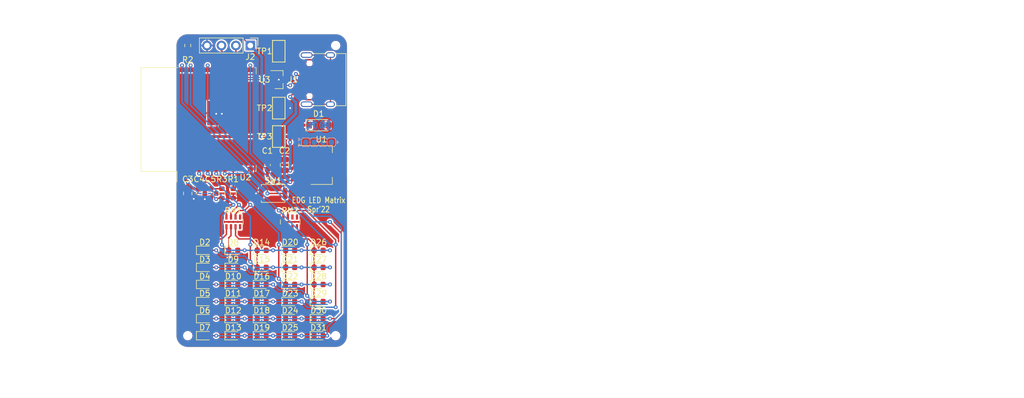
<source format=kicad_pcb>
(kicad_pcb (version 20221018) (generator pcbnew)
  (layers (0 "F.Cu" signal) (31 "B.Cu" signal) (34 "B.Paste" user) (35 "F.Paste" user) (36 "B.SilkS" user "B.Silkscreen") (37 "F.SilkS" user "F.Silkscreen") (38 "B.Mask" user) (39 "F.Mask" user) (44 "Edge.Cuts" user))
  (net 0 "")
  (net 1 "gnd")
  (net 2 "v3v3")
  (net 3 "vusb")
  (net 4 "mcu.gpio.led_2")
  (net 5 "mcu.gpio.sw1")
  (net 6 "mcu.ic.uart0.rx")
  (net 7 "mcu.gpio.led_3")
  (net 8 "matrix_res1.b.1")
  (net 9 "matrix_res1.a.0")
  (net 10 "matrix_res1.a.2")
  (net 11 "matrix_res1.a.1")
  (net 12 "matrix_res2.a.1")
  (net 13 "matrix_res2.a.0")
  (net 14 "usb.usb.dp")
  (net 15 "usb.shield")
  (net 16 "mcu.gpio.led_4")
  (net 17 "matrix.ios.5")
  (net 18 "mcu.en_pull.output")
  (net 19 "mcu.gpio.led_0")
  (net 20 "mcu.io2_pull.io")
  (net 21 "usb_esd.usb.dm")
  (net 22 "mcu.uart0.uart.rx")
  (net 23 "mcu.io8_pull.b")
  (net 24 "matrix.ios.6")
  (footprint "edg:Symbol_Duckling" (layer "F.Cu") (at 89 39)
    (fp_text reference "U4" hide)
    (fp_text value "" hide)
  )
  (footprint "edg:JlcToolingHole_1.152mm" (layer "F.Cu") (at 87 59)
    (fp_text reference "H2" hide)
    (fp_text value "")
  )
  (footprint "edg:JlcToolingHole_1.152mm" (layer "F.Cu") (at 113 59)
    (fp_text reference "H3" hide)
    (fp_text value "")
  )
  (footprint "Connector_PinHeader_2.54mm:PinHeader_1x04_P2.54mm_Vertical" (layer "F.Cu") (at 98 8 -90)
    (fp_text reference "J2")
    (fp_text value "")
  )
  (footprint "Capacitor_SMD:C_0805_2012Metric" (layer "F.Cu") (at 87 34 -90)
    (fp_text reference "C3")
    (fp_text value "C15850")
  )
  (footprint "LED_SMD:LED_0603_1608Metric" (layer "F.Cu") (at 90 44)
    (fp_text reference "D2")
    (fp_text value "C72038")
  )
  (footprint "LED_SMD:LED_0603_1608Metric" (layer "F.Cu") (at 95 44)
    (fp_text reference "D8")
    (fp_text value "C72038")
  )
  (footprint "LED_SMD:LED_0603_1608Metric" (layer "F.Cu") (at 100 44)
    (fp_text reference "D14")
    (fp_text value "C72038")
  )
  (footprint "LED_SMD:LED_0603_1608Metric" (layer "F.Cu") (at 105 44)
    (fp_text reference "D20")
    (fp_text value "C72038")
  )
  (footprint "LED_SMD:LED_0603_1608Metric" (layer "F.Cu") (at 110 44)
    (fp_text reference "D26")
    (fp_text value "C72038")
  )
  (footprint "LED_SMD:LED_0603_1608Metric" (layer "F.Cu") (at 90 47)
    (fp_text reference "D3")
    (fp_text value "C72038")
  )
  (footprint "LED_SMD:LED_0603_1608Metric" (layer "F.Cu") (at 95 47)
    (fp_text reference "D9")
    (fp_text value "C72038")
  )
  (footprint "LED_SMD:LED_0603_1608Metric" (layer "F.Cu") (at 100 47)
    (fp_text reference "D15")
    (fp_text value "C72038")
  )
  (footprint "LED_SMD:LED_0603_1608Metric" (layer "F.Cu") (at 105 47)
    (fp_text reference "D21")
    (fp_text value "C72038")
  )
  (footprint "LED_SMD:LED_0603_1608Metric" (layer "F.Cu") (at 110 47)
    (fp_text reference "D27")
    (fp_text value "C72038")
  )
  (footprint "LED_SMD:LED_0603_1608Metric" (layer "F.Cu") (at 90 50)
    (fp_text reference "D4")
    (fp_text value "C72038")
  )
  (footprint "LED_SMD:LED_0603_1608Metric" (layer "F.Cu") (at 95 50)
    (fp_text reference "D10")
    (fp_text value "C72038")
  )
  (footprint "LED_SMD:LED_0603_1608Metric" (layer "F.Cu") (at 100 50)
    (fp_text reference "D16")
    (fp_text value "C72038")
  )
  (footprint "LED_SMD:LED_0603_1608Metric" (layer "F.Cu") (at 105 50)
    (fp_text reference "D22")
    (fp_text value "C72038")
  )
  (footprint "LED_SMD:LED_0603_1608Metric" (layer "F.Cu") (at 110 50)
    (fp_text reference "D28")
    (fp_text value "C72038")
  )
  (footprint "LED_SMD:LED_0603_1608Metric" (layer "F.Cu") (at 90 53)
    (fp_text reference "D5")
    (fp_text value "C72038")
  )
  (footprint "LED_SMD:LED_0603_1608Metric" (layer "F.Cu") (at 95 53)
    (fp_text reference "D11")
    (fp_text value "C72038")
  )
  (footprint "LED_SMD:LED_0603_1608Metric" (layer "F.Cu") (at 100 53)
    (fp_text reference "D17")
    (fp_text value "C72038")
  )
  (footprint "LED_SMD:LED_0603_1608Metric" (layer "F.Cu") (at 105 53)
    (fp_text reference "D23")
    (fp_text value "C72038")
  )
  (footprint "LED_SMD:LED_0603_1608Metric" (layer "F.Cu") (at 110 53)
    (fp_text reference "D29")
    (fp_text value "C72038")
  )
  (footprint "Button_Switch_SMD:SW_Push_SPST_NO_Alps_SKRK" (layer "F.Cu") (at 102 34)
    (fp_text reference "SW1")
    (fp_text value "")
  )
  (footprint "TestPoint:TestPoint_Keystone_5015_Micro-Minature" (layer "F.Cu") (at 103 9 90)
    (fp_text reference "TP1")
    (fp_text value "C238130")
  )
  (footprint "TestPoint:TestPoint_Keystone_5015_Micro-Minature" (layer "F.Cu") (at 103 19 90)
    (fp_text reference "TP2")
    (fp_text value "C238130")
  )
  (footprint "edg:JlcToolingHole_1.152mm" (layer "F.Cu") (at 113 8)
    (fp_text reference "H1" hide)
    (fp_text value "")
  )
  (footprint "Resistor_SMD:R_0603_1608Metric" (layer "F.Cu") (at 93 34 90)
    (fp_text reference "R3")
    (fp_text value "C25804")
  )
  (footprint "Capacitor_SMD:C_0603_1608Metric" (layer "F.Cu") (at 91 34 -90)
    (fp_text reference "C5")
    (fp_text value "C15849")
  )
  (footprint "Diode_SMD:D_SOD-123" (layer "F.Cu") (at 110 22)
    (fp_text reference "D1")
    (fp_text value "C499796")
  )
  (footprint "RF_Module:ESP-WROOM-02" (layer "F.Cu") (at 92 21 90)
    (fp_text reference "U2")
    (fp_text value "C2934560")
  )
  (footprint "Connector_USB:USB_C_Receptacle_XKB_U262-16XN-4BVC11" (layer "F.Cu") (at 111 14 90)
    (fp_text reference "J1")
    (fp_text value "C165948")
  )
  (footprint "Capacitor_SMD:C_0603_1608Metric" (layer "F.Cu") (at 89 34 -90)
    (fp_text reference "C4")
    (fp_text value "C14663")
  )
  (footprint "Resistor_SMD:R_0603_1608Metric" (layer "F.Cu") (at 95 34 90)
    (fp_text reference "R1")
    (fp_text value "C25804")
  )
  (footprint "Resistor_SMD:R_0603_1608Metric" (layer "F.Cu") (at 87 8 -90)
    (fp_text reference "R2")
    (fp_text value "C25804")
  )
  (footprint "Capacitor_SMD:C_0805_2012Metric" (layer "F.Cu") (at 104 29 90)
    (fp_text reference "C2")
    (fp_text value "C1779")
  )
  (footprint "TestPoint:TestPoint_Keystone_5015_Micro-Minature" (layer "F.Cu") (at 103 24 90)
    (fp_text reference "TP3")
    (fp_text value "C238130")
  )
  (footprint "Capacitor_SMD:C_0603_1608Metric" (layer "F.Cu") (at 101 29 90)
    (fp_text reference "C1")
    (fp_text value "C14663")
  )
  (footprint "Package_TO_SOT_SMD:SOT-223-3_TabPin2" (layer "F.Cu") (at 110.5 29)
    (fp_text reference "U1")
    (fp_text value "C86781")
  )
  (footprint "Package_TO_SOT_SMD:SOT-23" (layer "F.Cu") (at 103 14)
    (fp_text reference "U3")
    (fp_text value "C87911")
  )
  (footprint "LED_SMD:LED_0603_1608Metric" (layer "F.Cu") (at 90 56)
    (fp_text reference "D6")
    (fp_text value "C72038")
  )
  (footprint "LED_SMD:LED_0603_1608Metric" (layer "F.Cu") (at 95 56)
    (fp_text reference "D12")
    (fp_text value "C72038")
  )
  (footprint "LED_SMD:LED_0603_1608Metric" (layer "F.Cu") (at 100 56)
    (fp_text reference "D18")
    (fp_text value "C72038")
  )
  (footprint "LED_SMD:LED_0603_1608Metric" (layer "F.Cu") (at 105 56)
    (fp_text reference "D24")
    (fp_text value "C72038")
  )
  (footprint "LED_SMD:LED_0603_1608Metric" (layer "F.Cu") (at 110 56)
    (fp_text reference "D30")
    (fp_text value "C72038")
  )
  (footprint "LED_SMD:LED_0603_1608Metric" (layer "F.Cu") (at 90 59)
    (fp_text reference "D7")
    (fp_text value "C72038")
  )
  (footprint "LED_SMD:LED_0603_1608Metric" (layer "F.Cu") (at 95 59)
    (fp_text reference "D13")
    (fp_text value "C72038")
  )
  (footprint "LED_SMD:LED_0603_1608Metric" (layer "F.Cu") (at 100 59)
    (fp_text reference "D19")
    (fp_text value "C72038")
  )
  (footprint "LED_SMD:LED_0603_1608Metric" (layer "F.Cu") (at 105 59)
    (fp_text reference "D25")
    (fp_text value "C72038")
  )
  (footprint "LED_SMD:LED_0603_1608Metric" (layer "F.Cu") (at 110 59)
    (fp_text reference "D31")
    (fp_text value "C72038")
  )
  (footprint "Resistor_SMD:R_Array_Concave_4x0603" (layer "F.Cu") (at 95 39 90)
    (fp_text reference "RN1")
    (fp_text value "C425057")
  )
  (footprint "Resistor_SMD:R_Array_Concave_4x0603" (layer "F.Cu") (at 105 39 90)
    (fp_text reference "RN2")
    (fp_text value "C425057")
  )
  (footprint "edg:Indicator_IdDots_4" (layer "B.Cu") (at 110 25)
    (fp_text reference "2" hide)
    (fp_text value "")
  )
  (footprint "edg:Indicator_LeadFree" (layer "B.Cu") (at 110 22)
    (fp_text reference "1" hide)
    (fp_text value "" hide)
  )
  (gr_line (start 115 59) (end 115 8) (stroke (width 0.05)) (layer "Edge.Cuts"))
  (gr_arc (start 87 61) (mid 85.585786 60.414214) (end 85 59) (stroke (width 0.05)) (layer "Edge.Cuts"))
  (gr_arc (start 85 8) (mid 85.585786 6.585786) (end 87 6) (stroke (width 0.05)) (layer "Edge.Cuts"))
  (gr_line (start 113 61) (end 87 61) (stroke (width 0.05)) (layer "Edge.Cuts"))
  (gr_line (start 87 6) (end 113 6) (stroke (width 0.05)) (layer "Edge.Cuts"))
  (gr_arc (start 115 59) (mid 114.414214 60.414214) (end 113 61) (stroke (width 0.05)) (layer "Edge.Cuts"))
  (gr_line (start 85 8) (end 85 59) (stroke (width 0.05)) (layer "Edge.Cuts"))
  (gr_arc (start 113 6) (mid 114.414214 6.585786) (end 115 8) (stroke (width 0.05)) (layer "Edge.Cuts"))
  (gr_text "EDG LED Matrix\nSpr'22" (at 110 36) (layer "F.SilkS") (effects (font (size 1 0.8))))
  (segment (start 107.33 17.05) (end 107.33 17.35) (width 0.2) (layer "F.Cu") (net 1))
  (segment (start 92.58 19.88) (end 92.88 19.88) (width 0.25) (layer "F.Cu") (net 1))
  (segment (start 107.33 17.35) (end 107.6178 17.35) (width 0.25) (layer "F.Cu") (net 1))
  (segment (start 99.9 34) (end 99 34) (width 0.25) (layer "F.Cu") (net 1))
  (segment (start 101 28.225) (end 102.375 28.225) (width 0.5) (layer "F.Cu") (net 1))
  (segment (start 90.225 34.775) (end 91 34.775) (width 0.25) (layer "F.Cu") (net 1))
  (segment (start 105 19) (end 103 19) (width 0.5) (layer "F.Cu") (net 1))
  (segment (start 104.95 28.05) (end 106.3 26.7) (width 0.5) (layer "F.Cu") (net 1))
  (segment (start 104 28.05) (end 104.95 28.05) (width 0.5) (layer "F.Cu") (net 1))
  (segment (start 94 35) (end 94 35.5) (width 0.25) (layer "F.Cu") (net 1))
  (segment (start 109.499999 10.499999) (end 110 11) (width 0.25) (layer "F.Cu") (net 1))
  (segment (start 104 14) (end 103 14) (width 0.5) (layer "F.Cu") (net 1))
  (segment (start 114 22) (end 111.65 22) (width 0.5) (layer "F.Cu") (net 1))
  (segment (start 94 35.5) (end 93.5 36) (width 0.25) (layer "F.Cu") (net 1))
  (segment (start 88.05 35.55) (end 88.5 36) (width 0.25) (layer "F.Cu") (net 1))
  (segment (start 92.58 19.88) (end 92.12 19.88) (width 0.25) (layer "F.Cu") (net 1))
  (segment (start 95 34.825) (end 94.175 34.825) (width 0.25) (layer "F.Cu") (net 1))
  (segment (start 114 21) (end 113 20) (width 0.5) (layer "F.Cu") (net 1))
  (segment (start 98 29.7375) (end 98 31) (width 0.25) (layer "F.Cu") (net 1))
  (segment (start 113 20) (end 106 20) (width 0.5) (layer "F.Cu") (net 1))
  (segment (start 111.3 26.7) (end 114 24) (width 0.5) (layer "F.Cu") (net 1))
  (segment (start 107.35 26.7) (end 111.3 26.7) (width 0.5) (layer "F.Cu") (net 1))
  (segment (start 88.05 34.95) (end 87 34.95) (width 0.5) (layer "F.Cu") (net 1))
  (segment (start 110 17) (end 110 11) (width 0.25) (layer "F.Cu") (net 1))
  (segment (start 92.12 19.88) (end 92 20) (width 0.25) (layer "F.Cu") (net 1))
  (segment (start 89 34.775) (end 90.225 34.775) (width 0.25) (layer "F.Cu") (net 1))
  (segment (start 107.33 17.35) (end 106.65 17.35) (width 0.25) (layer "F.Cu") (net 1))
  (segment (start 107.33 10.65) (end 107.6178 10.65) (width 0.25) (layer "F.Cu") (net 1))
  (segment (start 88.225 34.775) (end 88.05 34.95) (width 0.5) (layer "F.Cu") (net 1))
  (segment (start 107.80279 17.53499) (end 109.46501 17.53499) (width 0.25) (layer "F.Cu") (net 1))
  (segment (start 106.3 26.7) (end 107.35 26.7) (width 0.5) (layer "F.Cu") (net 1))
  (segment (start 90 35) (end 90.225 34.775) (width 0.25) (layer "F.Cu") (net 1))
  (segment (start 107.33 10.95) (end 107.33 10.65) (width 0.2) (layer "F.Cu") (net 1))
  (segment (start 107.6178 10.65) (end 107.767801 10.499999) (width 0.25) (layer "F.Cu") (net 1))
  (segment (start 89 34.775) (end 88.225 34.775) (width 0.5) (layer "F.Cu") (net 1))
  (segment (start 114 24) (end 114 22) (width 0.5) (layer "F.Cu") (net 1))
  (segment (start 92.88 19.88) (end 93 20) (width 0.25) (layer "F.Cu") (net 1))
  (segment (start 88.05 34.95) (end 88.05 35.55) (width 0.25) (layer "F.Cu") (net 1))
  (segment (start 102.375 28.225) (end 102.55 28.05) (width 0.5) (layer "F.Cu") (net 1))
  (segment (start 91 34.775) (end 90.775 35) (width 0.25) (layer "F.Cu") (net 1))
  (segment (start 106 20) (end 105 19) (width 0.5) (layer "F.Cu") (net 1))
  (segment (start 106.65 17.35) (end 105 19) (width 0.25) (layer "F.Cu") (net 1))
  (segment (start 94.175 34.825) (end 94 35) (width 0.25) (layer "F.Cu") (net 1))
  (segment (start 114 22) (end 114 21) (width 0.5) (layer "F.Cu") (net 1))
  (segment (start 88.5 36) (end 93.5 36) (width 0.25) (layer "F.Cu") (net 1))
  (segment (start 102.55 28.05) (end 104 28.05) (width 0.5) (layer "F.Cu") (net 1))
  (segment (start 107.767801 10.499999) (end 109.499999 10.499999) (width 0.25) (layer "F.Cu") (net 1))
  (segment (start 107.6178 17.35) (end 107.80279 17.53499) (width 0.25) (layer "F.Cu") (net 1))
  (segment (start 109.46501 17.53499) (end 110 17) (width 0.25) (layer "F.Cu") (net 1))
  (via (at 99 34) (size 0.7) (drill 0.3) (layers "F.Cu" "B.Cu") (net 1))
  (via (at 105 19) (size 0.7) (drill 0.3) (layers "F.Cu" "B.Cu") (net 1))
  (via (at 92 20) (size 0.7) (drill 0.3) (layers "F.Cu" "B.Cu") (net 1))
  (via (at 93 20) (size 0.7) (drill 0.3) (layers "F.Cu" "B.Cu") (net 1))
  (via (at 88.05 34.95) (size 0.7) (drill 0.3) (layers "F.Cu" "B.Cu") (net 1))
  (via (at 98 31) (size 0.7) (drill 0.3) (layers "F.Cu" "B.Cu") (net 1))
  (via (at 90 35) (size 0.7) (drill 0.3) (layers "F.Cu" "B.Cu") (net 1))
  (via (at 103 14) (size 0.7) (drill 0.3) (layers "F.Cu" "B.Cu") (net 1))
  (segment (start 105 19) (end 103 17) (width 0.5) (layer "B.Cu") (net 1))
  (segment (start 103 17) (end 103 14) (width 0.5) (layer "B.Cu") (net 1))
  (segment (start 105.05 29.95) (end 104 29.95) (width 0.5) (layer "F.Cu") (net 2))
  (segment (start 103 24) (end 105 24) (width 0.5) (layer "F.Cu") (net 2))
  (segment (start 93 34.825) (end 92.825 35) (width 0.25) (layer "F.Cu") (net 2))
  (segment (start 88.225 33.225) (end 88.05 33.05) (width 0.5) (layer "F.Cu") (net 2))
  (segment (start 107 22) (end 108.35 22) (width 0.5) (layer "F.Cu") (net 2))
  (segment (start 86 30) (end 86 31) (width 0.5) (layer "F.Cu") (net 2))
  (segment (start 105 24) (end 107 22) (width 0.5) (layer "F.Cu") (net 2))
  (segment (start 105 24) (end 105 25) (width 0.5) (layer "F.Cu") (net 2))
  (segment (start 89 6.5) (end 96.5 6.5) (width 0.2) (layer "F.Cu") (net 2))
  (segment (start 91 24) (end 86 29) (width 0.5) (layer "F.Cu") (net 2))
  (segment (start 106 29) (end 105.05 29.95) (width 0.5) (layer "F.Cu") (net 2))
  (segment (start 86 29.7375) (end 86 30) (width 0.5) (layer "F.Cu") (net 2))
  (segment (start 107.35 29) (end 106 29) (width 0.5) (layer "F.Cu") (net 2))
  (segment (start 87 7.175) (end 88.325 7.175) (width 0.2) (layer "F.Cu") (net 2))
  (segment (start 86 29) (end 86 30) (width 0.5) (layer "F.Cu") (net 2))
  (segment (start 88.05 33.05) (end 87 33.05) (width 0.5) (layer "F.Cu") (net 2))
  (segment (start 103 24) (end 91 24) (width 0.5) (layer "F.Cu") (net 2))
  (segment (start 86 31) (end 87 32) (width 0.5) (layer "F.Cu") (net 2))
  (segment (start 93 34.825) (end 92.175 34.825) (width 0.25) (layer "F.Cu") (net 2))
  (segment (start 88.325 7.175) (end 89 6.5) (width 0.2) (layer "F.Cu") (net 2))
  (segment (start 87 32) (end 87 33.05) (width 0.5) (layer "F.Cu") (net 2))
  (segment (start 92.175 34.825) (end 92 35) (width 0.25) (layer "F.Cu") (net 2))
  (segment (start 114.15 29) (end 107.85 29) (width 0.5) (layer "F.Cu") (net 2))
  (segment (start 96.5 6.5) (end 98 8) (width 0.2) (layer "F.Cu") (net 2))
  (segment (start 89 33.225) (end 88.225 33.225) (width 0.5) (layer "F.Cu") (net 2))
  (via (at 105 25) (size 0.7) (drill 0.3) (layers "F.Cu" "B.Cu") (net 2))
  (via (at 100 24) (size 0.7) (drill 0.3) (layers "F.Cu" "B.Cu") (net 2))
  (via (at 87 32) (size 0.7) (drill 0.3) (layers "F.Cu" "B.Cu") (net 2))
  (via (at 92 35) (size 0.7) (drill 0.3) (layers "F.Cu" "B.Cu") (net 2))
  (via (at 105 30) (size 0.7) (drill 0.3) (layers "F.Cu" "B.Cu") (net 2))
  (segment (start 98 8) (end 100 10) (width 0.5) (layer "B.Cu") (net 2))
  (segment (start 105 29) (end 105 30) (width 0.5) (layer "B.Cu") (net 2))
  (segment (start 89 34) (end 91 34) (width 0.25) (layer "B.Cu") (net 2))
  (segment (start 105 25) (end 105 29) (width 0.5) (layer "B.Cu") (net 2))
  (segment (start 100 10) (end 100 24) (width 0.5) (layer "B.Cu") (net 2))
  (segment (start 87 32) (end 89 34) (width 0.25) (layer "B.Cu") (net 2))
  (segment (start 91 34) (end 92 35) (width 0.25) (layer "B.Cu") (net 2))
  (segment (start 107.33 11.45) (end 106.45 11.45) (width 0.25) (layer "F.Cu") (net 3))
  (segment (start 109.25 11.75) (end 107.33 11.75) (width 0.25) (layer "F.Cu") (net 3))
  (segment (start 107.33 16.55) (end 105.45 16.55) (width 0.25) (layer "F.Cu") (net 3))
  (segment (start 107.35 31.3) (end 105.7 31.3) (width 0.5) (layer "F.Cu") (net 3))
  (segment (start 103 9) (end 104 9) (width 0.25) (layer "F.Cu") (net 3))
  (segment (start 109.5 12) (end 109.25 11.75) (width 0.25) (layer "F.Cu") (net 3))
  (segment (start 109.5 16) (end 109.5 12) (width 0.25) (layer "F.Cu") (net 3))
  (segment (start 102 32) (end 101.5 31.5) (width 0.5) (layer "F.Cu") (net 3))
  (segment (start 105.7 31.3) (end 105 32) (width 0.5) (layer "F.Cu") (net 3))
  (segment (start 104 9) (end 106.45 11.45) (width 0.25) (layer "F.Cu") (net 3))
  (segment (start 101 29.775) (end 101 30.5) (width 0.5) (layer "F.Cu") (net 3))
  (segment (start 109.25 16.25) (end 109.5 16) (width 0.25) (layer "F.Cu") (net 3))
  (segment (start 101 31) (end 101 29.775) (width 0.5) (layer "F.Cu") (net 3))
  (segment (start 105.45 16.55) (end 105 17) (width 0.25) (layer "F.Cu") (net 3))
  (segment (start 107.33 11.75) (end 107.33 11.45) (width 0.2) (layer "F.Cu") (net 3))
  (segment (start 107.33 16.55) (end 107.33 16.25) (width 0.2) (layer "F.Cu") (net 3))
  (segment (start 105 32) (end 102 32) (width 0.5) (layer "F.Cu") (net 3))
  (segment (start 101.5 31.5) (end 101 31) (width 0.5) (layer "F.Cu") (net 3))
  (segment (start 107.33 16.25) (end 109.25 16.25) (width 0.25) (layer "F.Cu") (net 3))
  (via (at 105 32) (size 0.7) (drill 0.3) (layers "F.Cu" "B.Cu") (net 3))
  (via (at 105 17) (size 0.7) (drill 0.3) (layers "F.Cu" "B.Cu") (net 3))
  (segment (start 104 29) (end 104 22) (width 0.5) (layer "B.Cu") (net 3))
  (segment (start 104 22) (end 106 20) (width 0.5) (layer "B.Cu") (net 3))
  (segment (start 105 32) (end 104 31) (width 0.5) (layer "B.Cu") (net 3))
  (segment (start 104 31) (end 104 29) (width 0.5) (layer "B.Cu") (net 3))
  (segment (start 106 18) (end 105 17) (width 0.5) (layer "B.Cu") (net 3))
  (segment (start 106 20) (end 106 18) (width 0.5) (layer "B.Cu") (net 3))
  (segment (start 92 47) (end 90.7875 47) (width 0.25) (layer "F.Cu") (net 4))
  (segment (start 97 47) (end 95.7875 47) (width 0.25) (layer "F.Cu") (net 4))
  (segment (start 96 37) (end 97 37) (width 0.25) (layer "F.Cu") (net 4))
  (segment (start 112 50) (end 110.7875 50) (width 0.25) (layer "F.Cu") (net 4))
  (segment (start 107 50) (end 105.7875 50) (width 0.25) (layer "F.Cu") (net 4))
  (segment (start 103 49) (end 103 43.000032) (width 0.25) (layer "F.Cu") (net 4))
  (segment (start 97 37) (end 98 36) (width 0.25) (layer "F.Cu") (net 4))
  (segment (start 95.4 38.15) (end 95.4 37.6) (width 0.25) (layer "F.Cu") (net 4))
  (segment (start 95.4 37.6) (end 96 37) (width 0.25) (layer "F.Cu") (net 4))
  (segment (start 92 29.7375) (end 92 30.5) (width 0.25) (layer "F.Cu") (net 4))
  (via (at 112 50) (size 0.7) (drill 0.3) (layers "F.Cu" "B.Cu") (net 4))
  (via (at 92 30.5) (size 0.7) (drill 0.3) (layers "F.Cu" "B.Cu") (net 4))
  (via (at 98 36) (size 0.7) (drill 0.3) (layers "F.Cu" "B.Cu") (net 4))
  (via (at 97 47) (size 0.7) (drill 0.3) (layers "F.Cu" "B.Cu") (net 4))
  (via (at 103 43.000032) (size 0.7) (drill 0.3) (layers "F.Cu" "B.Cu") (net 4))
  (via (at 107 50) (size 0.7) (drill 0.3) (layers "F.Cu" "B.Cu") (net 4))
  (via (at 92 47) (size 0.7) (drill 0.3) (layers "F.Cu" "B.Cu") (net 4))
  (via (at 103 49) (size 0.7) (drill 0.3) (layers "F.Cu" "B.Cu") (net 4))
  (segment (start 95 33) (end 98 36) (width 0.25) (layer "B.Cu") (net 4))
  (segment (start 92 30.5) (end 94.5 33) (width 0.25) (layer "B.Cu") (net 4))
  (segment (start 103 49) (end 104 50) (width 0.25) (layer "B.Cu") (net 4))
  (segment (start 97 47) (end 98 48) (width 0.25) (layer "B.Cu") (net 4))
  (segment (start 104 50) (end 112 50) (width 0.16) (layer "B.Cu") (net 4))
  (segment (start 98 36) (end 103 41) (width 0.25) (layer "B.Cu") (net 4))
  (segment (start 92 47) (end 97 47) (width 0.25) (layer "B.Cu") (net 4))
  (segment (start 103 41) (end 103 43.000032) (width 0.25) (layer "B.Cu") (net 4))
  (segment (start 102 48) (end 104 50) (width 0.16) (layer "B.Cu") (net 4))
  (segment (start 94.5 33) (end 95 33) (width 0.25) (layer "B.Cu") (net 4))
  (segment (start 104 50) (end 107 50) (width 0.25) (layer "B.Cu") (net 4))
  (segment (start 107 50) (end 112 50) (width 0.25) (layer "B.Cu") (net 4))
  (segment (start 102 48) (end 103 49) (width 0.25) (layer "B.Cu") (net 4))
  (segment (start 98 48) (end 102 48) (width 0.25) (layer "B.Cu") (net 4))
  (segment (start 104.1 34) (end 101 34) (width 0.25) (layer "F.Cu") (net 5))
  (segment (start 86 11.5) (end 86 12.2625) (width 0.25) (layer "F.Cu") (net 5))
  (via (at 101 34) (size 0.7) (drill 0.3) (layers "F.Cu" "B.Cu") (net 5))
  (via (at 86 11.5) (size 0.7) (drill 0.3) (layers "F.Cu" "B.Cu") (net 5))
  (segment (start 86 11.5) (end 86 18) (width 0.25) (layer "B.Cu") (net 5))
  (segment (start 101 33) (end 101 34) (width 0.25) (layer "B.Cu") (net 5))
  (segment (start 86 18) (end 101 33) (width 0.25) (layer "B.Cu") (net 5))
  (segment (start 95.46 8) (end 95.46 9.46) (width 0.25) (layer "F.Cu") (net 6))
  (segment (start 95.46 9.46) (end 96.5 10.5) (width 0.25) (layer "F.Cu") (net 6))
  (segment (start 96.5 10.5) (end 96.5 12.2625) (width 0.25) (layer "F.Cu") (net 6))
  (segment (start 103.5 37) (end 103 37) (width 0.25) (layer "F.Cu") (net 7))
  (segment (start 108 48.6698) (end 108 43) (width 0.25) (layer "F.Cu") (net 7))
  (segment (start 102 50) (end 100.7875 50) (width 0.25) (layer "F.Cu") (net 7))
  (segment (start 112 53) (end 110.7875 53) (width 0.25) (layer "F.Cu") (net 7))
  (segment (start 103.8 38.15) (end 103.8 37.3) (width 0.25) (layer "F.Cu") (net 7))
  (segment (start 93.5 29.7375) (end 93.5 30.5) (width 0.25) (layer "F.Cu") (net 7))
  (segment (start 103.8 37.3) (end 103.5 37) (width 0.25) (layer "F.Cu") (net 7))
  (segment (start 92 50) (end 90.7875 50) (width 0.25) (layer "F.Cu") (net 7))
  (segment (start 108 52) (end 108 48.6698) (width 0.25) (layer "F.Cu") (net 7))
  (segment (start 97 50) (end 95.7875 50) (width 0.25) (layer "F.Cu") (net 7))
  (via (at 97 50) (size 0.7) (drill 0.3) (layers "F.Cu" "B.Cu") (net 7))
  (via (at 93.5 30.5) (size 0.7) (drill 0.3) (layers "F.Cu" "B.Cu") (net 7))
  (via (at 108 43) (size 0.7) (drill 0.3) (layers "F.Cu" "B.Cu") (net 7))
  (via (at 108 52) (size 0.7) (drill 0.3) (layers "F.Cu" "B.Cu") (net 7))
  (via (at 92 50) (size 0.7) (drill 0.3) (layers "F.Cu" "B.Cu") (net 7))
  (via (at 112 53) (size 0.7) (drill 0.3) (layers "F.Cu" "B.Cu") (net 7))
  (via (at 103 37) (size 0.7) (drill 0.3) (layers "F.Cu" "B.Cu") (net 7))
  (via (at 102 50) (size 0.7) (drill 0.3) (layers "F.Cu" "B.Cu") (net 7))
  (segment (start 103 51) (end 102 50) (width 0.25) (layer "B.Cu") (net 7))
  (segment (start 108 42) (end 108 43) (width 0.25) (layer "B.Cu") (net 7))
  (segment (start 93.5 30.5) (end 96.5 30.5) (width 0.25) (layer "B.Cu") (net 7))
  (segment (start 103 37) (end 108 42) (width 0.25) (layer "B.Cu") (net 7))
  (segment (start 112 53) (end 109 53) (width 0.25) (layer "B.Cu") (net 7))
  (segment (start 102 50) (end 92 50) (width 0.25) (layer "B.Cu") (net 7))
  (segment (start 109 53) (end 108 52) (width 0.25) (layer "B.Cu") (net 7))
  (segment (start 108 52) (end 107 51) (width 0.25) (layer "B.Cu") (net 7))
  (segment (start 107 51) (end 103 51) (width 0.25) (layer "B.Cu") (net 7))
  (segment (start 107 51) (end 109 53) (width 0.16) (layer "B.Cu") (net 7))
  (segment (start 96.5 30.5) (end 103 37) (width 0.25) (layer "B.Cu") (net 7))
  (segment (start 94.6 37.4) (end 96 36) (width 0.25) (layer "F.Cu") (net 8))
  (segment (start 90.5 30.499984) (end 90.500016 30.5) (width 0.25) (layer "F.Cu") (net 8))
  (segment (start 98 46) (end 98 43) (width 0.25) (layer "F.Cu") (net 8))
  (segment (start 102 47) (end 100.7875 47) (width 0.25) (layer "F.Cu") (net 8))
  (segment (start 107 47) (end 105.7875 47) (width 0.25) (layer "F.Cu") (net 8))
  (segment (start 112 47) (end 110.7875 47) (width 0.25) (layer "F.Cu") (net 8))
  (segment (start 90.5 29.7375) (end 90.5 30.499984) (width 0.25) (layer "F.Cu") (net 8))
  (segment (start 92 44) (end 90.7875 44) (width 0.25) (layer "F.Cu") (net 8))
  (segment (start 94.6 38.15) (end 94.6 37.4) (width 0.25) (layer "F.Cu") (net 8))
  (via (at 102 47) (size 0.7) (drill 0.3) (layers "F.Cu" "B.Cu") (net 8))
  (via (at 92 44) (size 0.7) (drill 0.3) (layers "F.Cu" "B.Cu") (net 8))
  (via (at 96 36) (size 0.7) (drill 0.3) (layers "F.Cu" "B.Cu") (net 8))
  (via (at 112 47) (size 0.7) (drill 0.3) (layers "F.Cu" "B.Cu") (net 8))
  (via (at 98 46) (size 0.7) (drill 0.3) (layers "F.Cu" "B.Cu") (net 8))
  (via (at 107 47) (size 0.7) (drill 0.3) (layers "F.Cu" "B.Cu") (net 8))
  (via (at 90.500016 30.5) (size 0.7) (drill 0.3) (layers "F.Cu" "B.Cu") (net 8))
  (via (at 98 43) (size 0.7) (drill 0.3) (layers "F.Cu" "B.Cu") (net 8))
  (segment (start 90.500016 30.5) (end 96.000008 35.999992) (width 0.25) (layer "B.Cu") (net 8))
  (segment (start 96.000008 35.999992) (end 96 36) (width 0.25) (layer "B.Cu") (net 8))
  (segment (start 97 45) (end 93 45) (width 0.25) (layer "B.Cu") (net 8))
  (segment (start 98 46) (end 97 45) (width 0.25) (layer "B.Cu") (net 8))
  (segment (start 96.000008 35.999992) (end 98 37.999984) (width 0.25) (layer "B.Cu") (net 8))
  (segment (start 92 44) (end 93 45) (width 0.25) (layer "B.Cu") (net 8))
  (segment (start 99 47) (end 98 46) (width 0.25) (layer "B.Cu") (net 8))
  (segment (start 112 47) (end 99 47) (width 0.25) (layer "B.Cu") (net 8))
  (segment (start 98 37.999984) (end 98 43) (width 0.25) (layer "B.Cu") (net 8))
  (segment (start 97 45) (end 99 47) (width 0.16) (layer "B.Cu") (net 8))
  (segment (start 89.175 52.9625) (end 89.2125 53) (width 0.25) (layer "F.Cu") (net 9))
  (segment (start 89.2125 53) (end 89.2125 44) (width 0.2) (layer "F.Cu") (net 9))
  (segment (start 89.2125 53) (end 89.2125 59) (width 0.25) (layer "F.Cu") (net 9))
  (segment (start 93.8 41.2) (end 93.8 39.85) (width 0.25) (layer "F.Cu") (net 9))
  (segment (start 90 42) (end 93 42) (width 0.25) (layer "F.Cu") (net 9))
  (segment (start 89.2125 42.7875) (end 90 42) (width 0.25) (layer "F.Cu") (net 9))
  (segment (start 89.2125 44) (end 89.2125 59) (width 0.25) (layer "F.Cu") (net 9))
  (segment (start 89.2125 44) (end 89.2125 42.7875) (width 0.25) (layer "F.Cu") (net 9))
  (segment (start 93 42) (end 93.8 41.2) (width 0.25) (layer "F.Cu") (net 9))
  (segment (start 99.2125 44) (end 99.2125 47) (width 0.2) (layer "F.Cu") (net 10))
  (segment (start 95.4 41.4) (end 96 42) (width 0.25) (layer "F.Cu") (net 10))
  (segment (start 99.175 44.825) (end 99.2125 44.8625) (width 0.25) (layer "F.Cu") (net 10))
  (segment (start 99.2125 43.2125) (end 99.2125 44) (width 0.25) (layer "F.Cu") (net 10))
  (segment (start 99.2125 59) (end 99.2125 44) (width 0.25) (layer "F.Cu") (net 10))
  (segment (start 99.2125 53) (end 99.2125 59) (width 0.25) (layer "F.Cu") (net 10))
  (segment (start 95.4 39.85) (end 95.4 41.4) (width 0.25) (layer "F.Cu") (net 10))
  (segment (start 98 42) (end 99.2125 43.2125) (width 0.25) (layer "F.Cu") (net 10))
  (segment (start 96 42) (end 98 42) (width 0.25) (layer "F.Cu") (net 10))
  (segment (start 99.2125 44.8625) (end 99.2125 53) (width 0.25) (layer "F.Cu") (net 10))
  (segment (start 94.2125 41.7875) (end 94.2125 45.2125) (width 0.25) (layer "F.Cu") (net 11))
  (segment (start 94.2125 53) (end 94.2125 59) (width 0.25) (layer "F.Cu") (net 11))
  (segment (start 94.2125 44) (end 94.2125 45.2125) (width 0.25) (layer "F.Cu") (net 11))
  (segment (start 94.6 41.4) (end 94.2125 41.7875) (width 0.25) (layer "F.Cu") (net 11))
  (segment (start 94.2125 45.2125) (end 94.2125 59) (width 0.25) (layer "F.Cu") (net 11))
  (segment (start 94.175 50.4948) (end 94.2125 50.5323) (width 0.25) (layer "F.Cu") (net 11))
  (segment (start 94.6 39.85) (end 94.6 41.4) (width 0.25) (layer "F.Cu") (net 11))
  (segment (start 94.2125 50.5323) (end 94.2125 53) (width 0.25) (layer "F.Cu") (net 11))
  (segment (start 105.8 42) (end 108.2125 42) (width 0.25) (layer "F.Cu") (net 12))
  (segment (start 109.2125 59) (end 109.2125 44) (width 0.25) (layer "F.Cu") (net 12))
  (segment (start 108.2125 42) (end 109.2125 43) (width 0.25) (layer "F.Cu") (net 12))
  (segment (start 109.2125 43) (end 109.2125 44) (width 0.25) (layer "F.Cu") (net 12))
  (segment (start 104.6 39.85) (end 104.6 40.8) (width 0.25) (layer "F.Cu") (net 12))
  (segment (start 109.2125 53) (end 109.2125 59) (width 0.25) (layer "F.Cu") (net 12))
  (segment (start 104.6 40.8) (end 105.8 42) (width 0.25) (layer "F.Cu") (net 12))
  (segment (start 109.175 52.9625) (end 109.2125 53) (width 0.25) (layer "F.Cu") (net 12))
  (segment (start 104.2125 53) (end 104.2125 59) (width 0.25) (layer "F.Cu") (net 13))
  (segment (start 104.2125 42.2125) (end 104.2125 44) (width 0.25) (layer "F.Cu") (net 13))
  (segment (start 104.2125 44) (end 104.2125 59) (width 0.25) (layer "F.Cu") (net 13))
  (segment (start 103.8 39.85) (end 103.8 41.8) (width 0.25) (layer "F.Cu") (net 13))
  (segment (start 103.8 41.8) (end 104.2125 42.2125) (width 0.25) (layer "F.Cu") (net 13))
  (segment (start 104.175 52.9625) (end 104.2125 53) (width 0.25) (layer "F.Cu") (net 13))
  (segment (start 102.05 15) (end 105 15) (width 0.2) (layer "F.Cu") (net 14))
  (segment (start 100 14) (end 93 14) (width 0.2) (layer "F.Cu") (net 14))
  (segment (start 106.25 13.25) (end 106 13) (width 0.2) (layer "F.Cu") (net 14))
  (segment (start 107.33 13.25) (end 108 13.25) (width 0.2) (layer "F.Cu") (net 14))
  (segment (start 108 13.25) (end 108.25 13.5) (width 0.2) (layer "F.Cu") (net 14))
  (segment (start 102 14.95) (end 100.95 14.95) (width 0.2) (layer "F.Cu") (net 14))
  (segment (start 92 13) (end 92 12.2625) (width 0.2) (layer "F.Cu") (net 14))
  (segment (start 102 14.95) (end 102.05 15) (width 0.2) (layer "F.Cu") (net 14))
  (segment (start 108.25 14.023002) (end 108.023002 14.25) (width 0.2) (layer "F.Cu") (net 14))
  (segment (start 93 14) (end 92 13) (width 0.2) (layer "F.Cu") (net 14))
  (segment (start 100.95 14.95) (end 100 14) (width 0.2) (layer "F.Cu") (net 14))
  (segment (start 108.023002 14.25) (end 107.33 14.25) (width 0.2) (layer "F.Cu") (net 14))
  (segment (start 107.33 13.25) (end 106.25 13.25) (width 0.2) (layer "F.Cu") (net 14))
  (segment (start 108.25 13.5) (end 108.25 14.023002) (width 0.2) (layer "F.Cu") (net 14))
  (via (at 106 13) (size 0.7) (drill 0.3) (layers "F.Cu" "B.Cu") (net 14))
  (via (at 105 15) (size 0.7) (drill 0.3) (layers "F.Cu" "B.Cu") (net 14))
  (segment (start 106 13) (end 106 14) (width 0.2) (layer "B.Cu") (net 14))
  (segment (start 106 14) (end 105 15) (width 0.2) (layer "B.Cu") (net 14))
  (segment (start 107.895 9.68) (end 112.075 9.68) (width 0.2) (layer "F.Cu") (net 15))
  (segment (start 112.075 9.68) (end 112.075 18.32) (width 0.2) (layer "F.Cu") (net 15))
  (segment (start 107.895 18.32) (end 112.075 18.32) (width 0.2) (layer "F.Cu") (net 15))
  (segment (start 87.5 12.2625) (end 87.5 11.5) (width 0.25) (layer "F.Cu") (net 16))
  (segment (start 113 54) (end 113 50) (width 0.25) (layer "F.Cu") (net 16))
  (segment (start 92 53) (end 90.7875 53) (width 0.25) (layer "F.Cu") (net 16))
  (segment (start 113 50) (end 113 43) (width 0.25) (layer "F.Cu") (net 16))
  (segment (start 104.6 38.15) (end 104.6 37.4) (width 0.25) (layer "F.Cu") (net 16))
  (segment (start 97 53) (end 95.7875 53) (width 0.25) (layer "F.Cu") (net 16))
  (segment (start 113 42.175) (end 113 43) (width 0.25) (layer "F.Cu") (net 16))
  (segment (start 105 37) (end 107.825 37) (width 0.25) (layer "F.Cu") (net 16))
  (segment (start 102 53) (end 100.7875 53) (width 0.25) (layer "F.Cu") (net 16))
  (segment (start 104.6 37.4) (end 105 37) (width 0.25) (layer "F.Cu") (net 16))
  (segment (start 107.825 37) (end 113 42.175) (width 0.25) (layer "F.Cu") (net 16))
  (segment (start 107 53) (end 105.7875 53) (width 0.25) (layer "F.Cu") (net 16))
  (via (at 107 53) (size 0.7) (drill 0.3) (layers "F.Cu" "B.Cu") (net 16))
  (via (at 102 53) (size 0.7) (drill 0.3) (layers "F.Cu" "B.Cu") (net 16))
  (via (at 113 43) (size 0.7) (drill 0.3) (layers "F.Cu" "B.Cu") (net 16))
  (via (at 87.5 11.5) (size 0.7) (drill 0.3) (layers "F.Cu" "B.Cu") (net 16))
  (via (at 113 54) (size 0.7) (drill 0.3) (layers "F.Cu" "B.Cu") (net 16))
  (via (at 97 53) (size 0.7) (drill 0.3) (layers "F.Cu" "B.Cu") (net 16))
  (via (at 92 53) (size 0.7) (drill 0.3) (layers "F.Cu" "B.Cu") (net 16))
  (segment (start 87.5 11.5) (end 87.5 18.5) (width 0.25) (layer "B.Cu") (net 16))
  (segment (start 112 43) (end 113 43) (width 0.25) (layer "B.Cu") (net 16))
  (segment (start 92 53) (end 107 53) (width 0.25) (layer "B.Cu") (net 16))
  (segment (start 108 54) (end 113 54) (width 0.25) (layer "B.Cu") (net 16))
  (segment (start 87.5 18.5) (end 112 43) (width 0.25) (layer "B.Cu") (net 16))
  (segment (start 108 54) (end 107 53) (width 0.25) (layer "B.Cu") (net 16))
  (segment (start 114 55) (end 113 56) (width 0.25) (layer "F.Cu") (net 17))
  (segment (start 112 39) (end 114 41) (width 0.25) (layer "F.Cu") (net 17))
  (segment (start 113 56) (end 112 56) (width 0.25) (layer "F.Cu") (net 17))
  (segment (start 114 41) (end 114 55) (width 0.25) (layer "F.Cu") (net 17))
  (segment (start 105.7875 56) (end 107 56) (width 0.25) (layer "F.Cu") (net 17))
  (segment (start 90.5 12.2625) (end 90.5 11.5) (width 0.25) (layer "F.Cu") (net 17))
  (segment (start 100.7875 56) (end 102 56) (width 0.25) (layer "F.Cu") (net 17))
  (segment (start 95.7875 56) (end 97 56) (width 0.25) (layer "F.Cu") (net 17))
  (segment (start 90.7875 56) (end 92 56) (width 0.25) (layer "F.Cu") (net 17))
  (segment (start 110.7875 56) (end 112 56) (width 0.25) (layer "F.Cu") (net 17))
  (via (at 92 56) (size 0.7) (drill 0.3) (layers "F.Cu" "B.Cu") (net 17))
  (via (at 90.5 11.5) (size 0.7) (drill 0.3) (layers "F.Cu" "B.Cu") (net 17))
  (via (at 112 39) (size 0.7) (drill 0.3) (layers "F.Cu" "B.Cu") (net 17))
  (via (at 97 56) (size 0.7) (drill 0.3) (layers "F.Cu" "B.Cu") (net 17))
  (via (at 112 56) (size 0.7) (drill 0.3) (layers "F.Cu" "B.Cu") (net 17))
  (via (at 102 56) (size 0.7) (drill 0.3) (layers "F.Cu" "B.Cu") (net 17))
  (via (at 107 56) (size 0.7) (drill 0.3) (layers "F.Cu" "B.Cu") (net 17))
  (segment (start 108 38) (end 109 39) (width 0.25) (layer "B.Cu") (net 17))
  (segment (start 90.5 20.5) (end 108 38) (width 0.25) (layer "B.Cu") (net 17))
  (segment (start 90.5 11.5) (end 90.5 20.5) (width 0.25) (layer "B.Cu") (net 17))
  (segment (start 112 56) (end 92 56) (width 0.25) (layer "B.Cu") (net 17))
  (segment (start 109 39) (end 112 39) (width 0.25) (layer "B.Cu") (net 17))
  (segment (start 91.05 33.175) (end 91 33.225) (width 0.25) (layer "F.Cu") (net 18))
  (segment (start 87.5 29.7375) (end 87.5 30.5) (width 0.25) (layer "F.Cu") (net 18))
  (segment (start 90.5 32) (end 91 32.5) (width 0.25) (layer "F.Cu") (net 18))
  (segment (start 91 32.5) (end 91 33.225) (width 0.25) (layer "F.Cu") (net 18))
  (segment (start 89 32) (end 90.5 32) (width 0.25) (layer "F.Cu") (net 18))
  (segment (start 93 33.175) (end 91.05 33.175) (width 0.25) (layer "F.Cu") (net 18))
  (segment (start 87.5 30.5) (end 89 32) (width 0.25) (layer "F.Cu") (net 18))
  (segment (start 89 29.7375) (end 89 30.5) (width 0.25) (layer "F.Cu") (net 19))
  (segment (start 93.8 36.7) (end 94.5 36) (width 0.25) (layer "F.Cu") (net 19))
  (segment (start 102 44) (end 100.7875 44) (width 0.25) (layer "F.Cu") (net 19))
  (segment (start 94.5 36) (end 95 36) (width 0.25) (layer "F.Cu") (net 19))
  (segment (start 112 44) (end 110.7875 44) (width 0.25) (layer "F.Cu") (net 19))
  (segment (start 97 44) (end 95.7875 44) (width 0.25) (layer "F.Cu") (net 19))
  (segment (start 93.8 38.15) (end 93.8 36.7) (width 0.25) (layer "F.Cu") (net 19))
  (segment (start 107 44) (end 105.7875 44) (width 0.25) (layer "F.Cu") (net 19))
  (via (at 95 36) (size 0.7) (drill 0.3) (layers "F.Cu" "B.Cu") (net 19))
  (via (at 112 44) (size 0.7) (drill 0.3) (layers "F.Cu" "B.Cu") (net 19))
  (via (at 97 44) (size 0.7) (drill 0.3) (layers "F.Cu" "B.Cu") (net 19))
  (via (at 89 30.5) (size 0.7) (drill 0.3) (layers "F.Cu" "B.Cu") (net 19))
  (via (at 102 44) (size 0.7) (drill 0.3) (layers "F.Cu" "B.Cu") (net 19))
  (via (at 107 44) (size 0.7) (drill 0.3) (layers "F.Cu" "B.Cu") (net 19))
  (via (at 93 43) (size 0.7) (drill 0.3) (layers "F.Cu" "B.Cu") (net 19))
  (segment (start 93.5 35) (end 94 35) (width 0.25) (layer "B.Cu") (net 19))
  (segment (start 93 38) (end 95 36) (width 0.25) (layer "B.Cu") (net 19))
  (segment (start 93 43) (end 93 38) (width 0.25) (layer "B.Cu") (net 19))
  (segment (start 93 43) (end 94 44) (width 0.25) (layer "B.Cu") (net 19))
  (segment (start 89 30.5) (end 93.5 35) (width 0.25) (layer "B.Cu") (net 19))
  (segment (start 97 44) (end 112 44) (width 0.25) (layer "B.Cu") (net 19))
  (segment (start 94 44) (end 97 44) (width 0.25) (layer "B.Cu") (net 19))
  (segment (start 94 35) (end 95 36) (width 0.25) (layer "B.Cu") (net 19))
  (segment (start 89 11) (end 89 12.2625) (width 0.25) (layer "F.Cu") (net 20))
  (segment (start 87 8.825) (end 87 9) (width 0.25) (layer "F.Cu") (net 20))
  (segment (start 87 9) (end 89 11) (width 0.25) (layer "F.Cu") (net 20))
  (segment (start 100.95 13.05) (end 100.389999 13.610001) (width 0.2) (layer "F.Cu") (net 21))
  (segment (start 102 13.05) (end 105.163002 13.05) (width 0.2) (layer "F.Cu") (net 21))
  (segment (start 93.5 13.38125) (end 93.5 12.2625) (width 0.2) (layer "F.Cu") (net 21))
  (segment (start 105.163002 13.05) (end 106.25 14.136998) (width 0.2) (layer "F.Cu") (net 21))
  (segment (start 106.636998 14.75) (end 107.33 14.75) (width 0.2) (layer "F.Cu") (net 21))
  (segment (start 102 13.05) (end 100.95 13.05) (width 0.2) (layer "F.Cu") (net 21))
  (segment (start 93.728751 13.610001) (end 93.5 13.38125) (width 0.2) (layer "F.Cu") (net 21))
  (segment (start 106.25 14.363002) (end 106.636998 14.75) (width 0.2) (layer "F.Cu") (net 21))
  (segment (start 106.25 14.136998) (end 106.25 14.363002) (width 0.2) (layer "F.Cu") (net 21))
  (segment (start 106.636998 13.75) (end 106.25 14.136998) (width 0.2) (layer "F.Cu") (net 21))
  (segment (start 107.33 13.75) (end 106.636998 13.75) (width 0.2) (layer "F.Cu") (net 21))
  (segment (start 100.389999 13.610001) (end 93.728751 13.610001) (width 0.2) (layer "F.Cu") (net 21))
  (segment (start 92.92 8.92) (end 92.92 8) (width 0.25) (layer "F.Cu") (net 22))
  (segment (start 95 12.2625) (end 95 11) (width 0.25) (layer "F.Cu") (net 22))
  (segment (start 95 11) (end 92.92 8.92) (width 0.25) (layer "F.Cu") (net 22))
  (segment (start 95 33.175) (end 95 29.7375) (width 0.25) (layer "F.Cu") (net 23))
  (segment (start 98 12.2625) (end 98 11.5) (width 0.25) (layer "F.Cu") (net 24))
  (segment (start 110.7875 59) (end 111.5 59) (width 0.25) (layer "F.Cu") (net 24))
  (segment (start 105.7875 59) (end 107 59) (width 0.25) (layer "F.Cu") (net 24))
  (segment (start 100.7875 59) (end 102 59) (width 0.25) (layer "F.Cu") (net 24))
  (segment (start 90.7875 59) (end 92 59) (width 0.25) (layer "F.Cu") (net 24))
  (segment (start 95.7875 59) (end 97 59) (width 0.25) (layer "F.Cu") (net 24))
  (via (at 98 11.5) (size 0.7) (drill 0.3) (layers "F.Cu" "B.Cu") (net 24))
  (via (at 107 59) (size 0.7) (drill 0.3) (layers "F.Cu" "B.Cu") (net 24))
  (via (at 97 59) (size 0.7) (drill 0.3) (layers "F.Cu" "B.Cu") (net 24))
  (via (at 111.5 59) (size 0.7) (drill 0.3) (layers "F.Cu" "B.Cu") (net 24))
  (via (at 92 59) (size 0.7) (drill 0.3) (layers "F.Cu" "B.Cu") (net 24))
  (via (at 102 59) (size 0.7) (drill 0.3) (layers "F.Cu" "B.Cu") (net 24))
  (segment (start 98 27) (end 109 38) (width 0.25) (layer "B.Cu") (net 24))
  (segment (start 109 38) (end 112 38) (width 0.25) (layer "B.Cu") (net 24))
  (segment (start 114 40) (end 114 55) (width 0.25) (layer "B.Cu") (net 24))
  (segment (start 114 55) (end 111.5 57.5) (width 0.25) (layer "B.Cu") (net 24))
  (segment (start 92 59) (end 111.5 59) (width 0.25) (layer "B.Cu") (net 24))
  (segment (start 112 38) (end 114 40) (width 0.25) (layer "B.Cu") (net 24))
  (segment (start 111.5 57.5) (end 111.5 59) (width 0.25) (layer "B.Cu") (net 24))
  (segment (start 98 11.5) (end 98 27) (width 0.25) (layer "B.Cu") (net 24))
  (zone (net 1) (net_name "gnd") (layer "F.Cu") (connect_pads (clearance 0.254)) (min_thickness 0.2) (fill yes (thermal_gap 0.2) (thermal_bridge_width 0.25) (smoothing fillet) (radius 1))
    (polygon (pts (xy 54 0) (xy 54 70) (xy 234 70) (xy 234 0)))
  )
  (zone (net 1) (net_name "gnd") (layer "B.Cu") (connect_pads (clearance 0.254)) (min_thickness 0.2) (fill yes (thermal_gap 0.2) (thermal_bridge_width 0.25) (smoothing fillet) (radius 1))
    (polygon (pts (xy 64 0) (xy 64 70) (xy 234 70) (xy 234 0)))
  )
)
</source>
